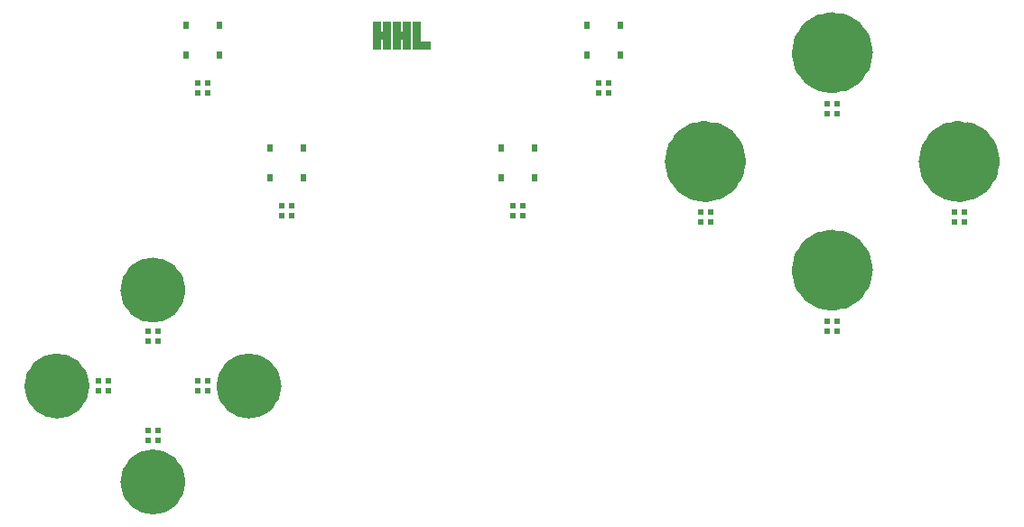
<source format=gbr>
G04 #@! TF.GenerationSoftware,KiCad,Pcbnew,7.0.6*
G04 #@! TF.CreationDate,2023-12-22T13:42:26-08:00*
G04 #@! TF.ProjectId,procon_button_board,70726f63-6f6e-45f6-9275-74746f6e5f62,rev?*
G04 #@! TF.SameCoordinates,Original*
G04 #@! TF.FileFunction,Soldermask,Top*
G04 #@! TF.FilePolarity,Negative*
%FSLAX46Y46*%
G04 Gerber Fmt 4.6, Leading zero omitted, Abs format (unit mm)*
G04 Created by KiCad (PCBNEW 7.0.6) date 2023-12-22 13:42:26*
%MOMM*%
%LPD*%
G01*
G04 APERTURE LIST*
%ADD10C,0.025000*%
%ADD11C,3.050000*%
%ADD12C,3.800000*%
%ADD13R,0.600000X0.650000*%
%ADD14R,0.550000X0.550000*%
G04 APERTURE END LIST*
D10*
X144475200Y-118133298D02*
X145429155Y-118133298D01*
X145429155Y-118802667D01*
X143842541Y-118802667D01*
X143842541Y-116249495D01*
X144475200Y-116249495D01*
X144475200Y-118133298D01*
G36*
X144475200Y-118133298D02*
G01*
X145429155Y-118133298D01*
X145429155Y-118802667D01*
X143842541Y-118802667D01*
X143842541Y-116249495D01*
X144475200Y-116249495D01*
X144475200Y-118133298D01*
G37*
X141709066Y-118802667D02*
X141028205Y-118802667D01*
X141028205Y-117834545D01*
X140788549Y-117834545D01*
X140788549Y-118802667D01*
X140103249Y-118802667D01*
X140103249Y-116250015D01*
X140786263Y-116249495D01*
X140786263Y-117172297D01*
X141028205Y-117172297D01*
X141028205Y-116249495D01*
X141709066Y-116249495D01*
X141709066Y-118802667D01*
G36*
X141709066Y-118802667D02*
G01*
X141028205Y-118802667D01*
X141028205Y-117834545D01*
X140788549Y-117834545D01*
X140788549Y-118802667D01*
X140103249Y-118802667D01*
X140103249Y-116250015D01*
X140786263Y-116249495D01*
X140786263Y-117172297D01*
X141028205Y-117172297D01*
X141028205Y-116249495D01*
X141709066Y-116249495D01*
X141709066Y-118802667D01*
G37*
X143559066Y-118802667D02*
X142878205Y-118802667D01*
X142878205Y-117834545D01*
X142638549Y-117834545D01*
X142638549Y-118802667D01*
X141953249Y-118802667D01*
X141953249Y-116250015D01*
X142636263Y-116249495D01*
X142636263Y-117172297D01*
X142878205Y-117172297D01*
X142878205Y-116249495D01*
X143559066Y-116249495D01*
X143559066Y-118802667D01*
G36*
X143559066Y-118802667D02*
G01*
X142878205Y-118802667D01*
X142878205Y-117834545D01*
X142638549Y-117834545D01*
X142638549Y-118802667D01*
X141953249Y-118802667D01*
X141953249Y-116250015D01*
X142636263Y-116249495D01*
X142636263Y-117172297D01*
X142878205Y-117172297D01*
X142878205Y-116249495D01*
X143559066Y-116249495D01*
X143559066Y-118802667D01*
G37*
D11*
X121003000Y-159421000D02*
G75*
G03*
X121003000Y-159421000I-1525000J0D01*
G01*
D12*
X173178000Y-129346000D02*
G75*
G03*
X173178000Y-129346000I-1900000J0D01*
G01*
X196978000Y-129346000D02*
G75*
G03*
X196978000Y-129346000I-1900000J0D01*
G01*
X185078000Y-139546000D02*
G75*
G03*
X185078000Y-139546000I-1900000J0D01*
G01*
D11*
X112003000Y-150421000D02*
G75*
G03*
X112003000Y-150421000I-1525000J0D01*
G01*
D12*
X185078000Y-119146000D02*
G75*
G03*
X185078000Y-119146000I-1900000J0D01*
G01*
D11*
X130003000Y-150421000D02*
G75*
G03*
X130003000Y-150421000I-1525000J0D01*
G01*
X121003000Y-141421000D02*
G75*
G03*
X121003000Y-141421000I-1525000J0D01*
G01*
D13*
X160198000Y-116611000D03*
X163298000Y-116611000D03*
X160198000Y-119361000D03*
X163298000Y-119361000D03*
X130498000Y-128111000D03*
X133598000Y-128111000D03*
X130498000Y-130861000D03*
X133598000Y-130861000D03*
D14*
X131573000Y-134461000D03*
X132523000Y-134461000D03*
X132523000Y-133511000D03*
X131573000Y-133511000D03*
D13*
X122598000Y-116611000D03*
X125698000Y-116611000D03*
X122598000Y-119361000D03*
X125698000Y-119361000D03*
D14*
X119003000Y-146246000D03*
X119953000Y-146246000D03*
X119953000Y-145296000D03*
X119003000Y-145296000D03*
X119003000Y-155546000D03*
X119953000Y-155546000D03*
X119953000Y-154596000D03*
X119003000Y-154596000D03*
X182703000Y-145271000D03*
X183653000Y-145271000D03*
X183653000Y-144321000D03*
X182703000Y-144321000D03*
X123673000Y-122961000D03*
X124623000Y-122961000D03*
X124623000Y-122011000D03*
X123673000Y-122011000D03*
X170803000Y-135071000D03*
X171753000Y-135071000D03*
X171753000Y-134121000D03*
X170803000Y-134121000D03*
X114353000Y-150896000D03*
X115303000Y-150896000D03*
X115303000Y-149946000D03*
X114353000Y-149946000D03*
X123653000Y-150896000D03*
X124603000Y-150896000D03*
X124603000Y-149946000D03*
X123653000Y-149946000D03*
X194603000Y-135071000D03*
X195553000Y-135071000D03*
X195553000Y-134121000D03*
X194603000Y-134121000D03*
X153223000Y-134461000D03*
X154173000Y-134461000D03*
X154173000Y-133511000D03*
X153223000Y-133511000D03*
X182703000Y-124871000D03*
X183653000Y-124871000D03*
X183653000Y-123921000D03*
X182703000Y-123921000D03*
D13*
X152148000Y-128111000D03*
X155248000Y-128111000D03*
X152148000Y-130861000D03*
X155248000Y-130861000D03*
D14*
X161273000Y-122961000D03*
X162223000Y-122961000D03*
X162223000Y-122011000D03*
X161273000Y-122011000D03*
M02*

</source>
